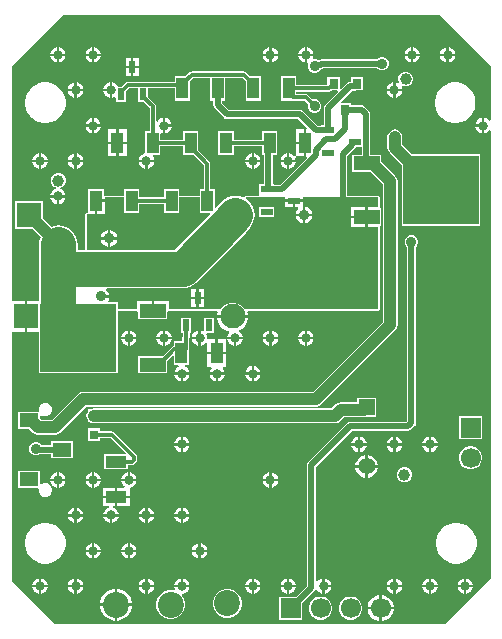
<source format=gtl>
G04*
G04 #@! TF.GenerationSoftware,Altium Limited,Altium Designer,22.2.1 (43)*
G04*
G04 Layer_Physical_Order=1*
G04 Layer_Color=255*
%FSLAX25Y25*%
%MOIN*%
G70*
G04*
G04 #@! TF.SameCoordinates,5435AC76-14FC-4701-A4E6-3609E34239AB*
G04*
G04*
G04 #@! TF.FilePolarity,Positive*
G04*
G01*
G75*
%ADD12C,0.01181*%
%ADD14R,0.06299X0.04724*%
%ADD16R,0.03937X0.02362*%
%ADD17R,0.04134X0.07087*%
%ADD18R,0.03150X0.03543*%
%ADD19R,0.02362X0.04134*%
%ADD20R,0.07087X0.04134*%
%ADD21R,0.03150X0.03150*%
%ADD22R,0.02362X0.03937*%
%ADD23R,0.08661X0.04724*%
%ADD24R,0.25197X0.22835*%
%ADD26C,0.05512*%
%ADD27R,0.05512X0.05512*%
%ADD28R,0.08268X0.08268*%
%ADD29C,0.08268*%
%ADD30R,0.06693X0.06693*%
%ADD31C,0.06693*%
%ADD32C,0.08661*%
%ADD33R,0.06693X0.06693*%
%ADD34C,0.03937*%
%ADD35C,0.11811*%
%ADD36C,0.03937*%
%ADD37C,0.01968*%
%ADD38C,0.03543*%
%ADD39C,0.03150*%
G36*
X159843Y185951D02*
Y168128D01*
X159464Y167984D01*
X159343Y167975D01*
X158893Y168424D01*
X158309Y168761D01*
X157715Y168921D01*
Y166377D01*
Y163833D01*
X158309Y163992D01*
X158893Y164329D01*
X159343Y164779D01*
X159464Y164769D01*
X159843Y164625D01*
Y15354D01*
X144792Y304D01*
X14657D01*
X304Y14657D01*
Y97638D01*
X4528D01*
Y102756D01*
Y107874D01*
X304D01*
Y186131D01*
X17323Y203150D01*
X142913D01*
X159843Y185951D01*
D02*
G37*
%LPC*%
G36*
X145904Y192543D02*
Y190392D01*
X148054D01*
X147895Y190987D01*
X147558Y191570D01*
X147082Y192046D01*
X146498Y192383D01*
X145904Y192543D01*
D02*
G37*
G36*
X145117D02*
X144523Y192383D01*
X143939Y192046D01*
X143463Y191570D01*
X143126Y190987D01*
X142967Y190392D01*
X145117D01*
Y192543D01*
D02*
G37*
G36*
X134093D02*
Y190392D01*
X136243D01*
X136084Y190987D01*
X135747Y191570D01*
X135271Y192046D01*
X134687Y192383D01*
X134093Y192543D01*
D02*
G37*
G36*
X133306D02*
X132712Y192383D01*
X132128Y192046D01*
X131652Y191570D01*
X131315Y190987D01*
X131156Y190392D01*
X133306D01*
Y192543D01*
D02*
G37*
G36*
X98660D02*
Y190392D01*
X100810D01*
X100651Y190987D01*
X100314Y191570D01*
X99838Y192046D01*
X99254Y192383D01*
X98660Y192543D01*
D02*
G37*
G36*
X97873D02*
X97279Y192383D01*
X96695Y192046D01*
X96219Y191570D01*
X95882Y190987D01*
X95723Y190392D01*
X97873D01*
Y192543D01*
D02*
G37*
G36*
X86849D02*
Y190392D01*
X88999D01*
X88840Y190987D01*
X88503Y191570D01*
X88027Y192046D01*
X87443Y192383D01*
X86849Y192543D01*
D02*
G37*
G36*
X86062D02*
X85468Y192383D01*
X84884Y192046D01*
X84408Y191570D01*
X84071Y190987D01*
X83912Y190392D01*
X86062D01*
Y192543D01*
D02*
G37*
G36*
X27794D02*
Y190392D01*
X29944D01*
X29785Y190987D01*
X29448Y191570D01*
X28972Y192046D01*
X28388Y192383D01*
X27794Y192543D01*
D02*
G37*
G36*
X27007D02*
X26413Y192383D01*
X25829Y192046D01*
X25353Y191570D01*
X25016Y190987D01*
X24857Y190392D01*
X27007D01*
Y192543D01*
D02*
G37*
G36*
X15983D02*
Y190392D01*
X18133D01*
X17974Y190987D01*
X17637Y191570D01*
X17161Y192046D01*
X16577Y192383D01*
X15983Y192543D01*
D02*
G37*
G36*
X15196D02*
X14602Y192383D01*
X14018Y192046D01*
X13542Y191570D01*
X13205Y190987D01*
X13046Y190392D01*
X15196D01*
Y192543D01*
D02*
G37*
G36*
X148054Y189605D02*
X145904D01*
Y187455D01*
X146498Y187614D01*
X147082Y187951D01*
X147558Y188427D01*
X147895Y189011D01*
X148054Y189605D01*
D02*
G37*
G36*
X145117D02*
X142967D01*
X143126Y189011D01*
X143463Y188427D01*
X143939Y187951D01*
X144523Y187614D01*
X145117Y187455D01*
Y189605D01*
D02*
G37*
G36*
X136243D02*
X134093D01*
Y187455D01*
X134687Y187614D01*
X135271Y187951D01*
X135747Y188427D01*
X136084Y189011D01*
X136243Y189605D01*
D02*
G37*
G36*
X133306D02*
X131156D01*
X131315Y189011D01*
X131652Y188427D01*
X132128Y187951D01*
X132712Y187614D01*
X133306Y187455D01*
Y189605D01*
D02*
G37*
G36*
X97873D02*
X95723D01*
X95882Y189011D01*
X96219Y188427D01*
X96695Y187951D01*
X97279Y187614D01*
X97873Y187455D01*
Y189605D01*
D02*
G37*
G36*
X88999D02*
X86849D01*
Y187455D01*
X87443Y187614D01*
X88027Y187951D01*
X88503Y188427D01*
X88840Y189011D01*
X88999Y189605D01*
D02*
G37*
G36*
X86062D02*
X83912D01*
X84071Y189011D01*
X84408Y188427D01*
X84884Y187951D01*
X85468Y187614D01*
X86062Y187455D01*
Y189605D01*
D02*
G37*
G36*
X29944D02*
X27794D01*
Y187455D01*
X28388Y187614D01*
X28972Y187951D01*
X29448Y188427D01*
X29785Y189011D01*
X29944Y189605D01*
D02*
G37*
G36*
X27007D02*
X24857D01*
X25016Y189011D01*
X25353Y188427D01*
X25829Y187951D01*
X26413Y187614D01*
X27007Y187455D01*
Y189605D01*
D02*
G37*
G36*
X18133D02*
X15983D01*
Y187455D01*
X16577Y187614D01*
X17161Y187951D01*
X17637Y188427D01*
X17974Y189011D01*
X18133Y189605D01*
D02*
G37*
G36*
X15196D02*
X13046D01*
X13205Y189011D01*
X13542Y188427D01*
X14018Y187951D01*
X14602Y187614D01*
X15196Y187455D01*
Y189605D01*
D02*
G37*
G36*
X42520Y188878D02*
X40748D01*
Y186220D01*
X42520D01*
Y188878D01*
D02*
G37*
G36*
X39961D02*
X38189D01*
Y186220D01*
X39961D01*
Y188878D01*
D02*
G37*
G36*
X100810Y189605D02*
X98660D01*
Y187455D01*
X98730Y187474D01*
X99098Y187055D01*
X98937Y186667D01*
Y185774D01*
X99279Y184949D01*
X99910Y184318D01*
X100735Y183976D01*
X101628D01*
X102452Y184318D01*
X103084Y184949D01*
X103125Y185050D01*
X103626Y185150D01*
X104107Y185472D01*
X104158Y185523D01*
X121934D01*
X122351Y185105D01*
X123176Y184764D01*
X124068D01*
X124893Y185105D01*
X125524Y185737D01*
X125866Y186562D01*
Y187454D01*
X125524Y188279D01*
X124893Y188910D01*
X124068Y189252D01*
X123176D01*
X122351Y188910D01*
X121934Y188493D01*
X103543D01*
X102975Y188380D01*
X102507Y188068D01*
X102452Y188123D01*
X101628Y188465D01*
X100913D01*
X100621Y188862D01*
X100602Y188926D01*
X100651Y189011D01*
X100810Y189605D01*
D02*
G37*
G36*
X42520Y185433D02*
X40748D01*
Y182776D01*
X42520D01*
Y185433D01*
D02*
G37*
G36*
X39961D02*
X38189D01*
Y182776D01*
X39961D01*
Y185433D01*
D02*
G37*
G36*
X60233Y184447D02*
X59819Y184365D01*
X59467Y184130D01*
X58093Y182756D01*
X54547D01*
Y181002D01*
X38875D01*
X38875Y181002D01*
X38460Y180920D01*
X38109Y180685D01*
X38109Y180685D01*
X36735Y179311D01*
X35612D01*
X35354Y179759D01*
X34877Y180236D01*
X34294Y180572D01*
X33700Y180731D01*
Y178188D01*
Y175644D01*
X34294Y175803D01*
X34461Y175900D01*
X34961Y175611D01*
Y174232D01*
X38268D01*
Y177778D01*
X39324Y178834D01*
X42441D01*
Y174232D01*
X44215D01*
X46160Y172287D01*
Y164646D01*
X44705D01*
Y157105D01*
X44129Y156950D01*
X43546Y156613D01*
X43069Y156137D01*
X42732Y155553D01*
X42573Y154959D01*
X47661D01*
X47502Y155553D01*
X47178Y156114D01*
X47203Y156217D01*
X47394Y156614D01*
X49784D01*
Y159546D01*
X57303D01*
Y156614D01*
X60849D01*
X64271Y153193D01*
Y145354D01*
X62815D01*
Y143031D01*
X56083D01*
Y145354D01*
X51004D01*
Y142422D01*
X42697D01*
Y145354D01*
X37618D01*
Y143031D01*
X31398D01*
X31386Y143026D01*
X30886Y143360D01*
Y145354D01*
X25807D01*
Y137323D01*
X25307Y137322D01*
X25295D01*
X25161Y137267D01*
X25017Y137240D01*
X24986Y137194D01*
X24934Y137173D01*
X24878Y137038D01*
X24795Y136918D01*
X24697Y136459D01*
X24707Y136404D01*
X24686Y136352D01*
Y124913D01*
X22157D01*
Y126772D01*
X22034Y128022D01*
X21669Y129224D01*
X21077Y130332D01*
X20280Y131303D01*
X19309Y132100D01*
X18201Y132693D01*
X16998Y133057D01*
X15748Y133180D01*
X14498Y133057D01*
X13335Y132704D01*
X10512Y135528D01*
Y141220D01*
X1299D01*
Y132008D01*
X6992D01*
X9815Y129185D01*
X9462Y128022D01*
X9339Y126772D01*
Y118504D01*
Y107874D01*
X5315D01*
Y102756D01*
Y97638D01*
X9370D01*
Y83780D01*
X35512D01*
Y104607D01*
X41929D01*
X41941Y104612D01*
X42441Y104278D01*
Y101811D01*
X52047D01*
Y104278D01*
X52547Y104612D01*
X52559Y104607D01*
X68606D01*
X68910Y104210D01*
X68701Y103430D01*
Y103150D01*
X78937D01*
Y103430D01*
X78728Y104210D01*
X79032Y104607D01*
X122441D01*
X122802Y104756D01*
X122952Y105118D01*
Y132559D01*
X122947Y132571D01*
X123282Y133071D01*
X123307D01*
Y138740D01*
X123282D01*
X122947Y139240D01*
X122952Y139252D01*
Y142520D01*
X122802Y142881D01*
X122441Y143031D01*
X112115D01*
Y156274D01*
X114830Y158989D01*
X115084Y159370D01*
X116822D01*
Y156693D01*
X113701D01*
Y151024D01*
X119787D01*
X123889Y146922D01*
Y101031D01*
X100544Y77686D01*
X24016D01*
X23063Y77496D01*
X22256Y76957D01*
X13536Y68237D01*
X10086D01*
X9527Y68795D01*
Y69716D01*
X9990Y69908D01*
X10146Y69751D01*
X10971Y69410D01*
X11864D01*
X12688Y69751D01*
X13320Y70382D01*
X13661Y71207D01*
Y72100D01*
X13320Y72925D01*
X12688Y73556D01*
X11864Y73898D01*
X10971D01*
X10146Y73556D01*
X9515Y72925D01*
X9173Y72100D01*
Y71207D01*
X8998Y70945D01*
X2283D01*
Y65276D01*
X6008D01*
X7295Y63988D01*
X8103Y63449D01*
X9055Y63259D01*
X14567D01*
X15519Y63449D01*
X16327Y63988D01*
X25047Y72708D01*
X101575D01*
X102527Y72897D01*
X103335Y73437D01*
X128138Y98240D01*
X128677Y99048D01*
X128867Y100000D01*
Y147953D01*
X128677Y148905D01*
X128138Y149713D01*
X123307Y154543D01*
Y156693D01*
X119792D01*
Y170275D01*
X119792Y170276D01*
X119679Y170844D01*
X119357Y171326D01*
X119357Y171326D01*
X117979Y172704D01*
X117498Y173026D01*
X116929Y173139D01*
X116929Y173139D01*
X113465D01*
Y173898D01*
X110116D01*
X109925Y174360D01*
X113607Y178042D01*
X114764D01*
X114764Y178042D01*
X114907Y178071D01*
X117402D01*
Y182559D01*
X113307D01*
Y181013D01*
X112992D01*
X112424Y180900D01*
X111942Y180578D01*
X111942Y180578D01*
X109990Y178625D01*
X109528Y178817D01*
Y182559D01*
X105433D01*
Y179824D01*
X95059D01*
Y182756D01*
X89980D01*
Y174724D01*
X93891D01*
X93996Y174704D01*
X93996Y174704D01*
X97779D01*
X99015Y173468D01*
X98937Y173281D01*
Y172388D01*
X99279Y171563D01*
X99910Y170932D01*
X100735Y170591D01*
X101628D01*
X102452Y170932D01*
X103084Y171563D01*
X103425Y172388D01*
Y173281D01*
X103084Y174106D01*
X102452Y174737D01*
X101628Y175079D01*
X100735D01*
X100547Y175001D01*
X98995Y176554D01*
X98643Y176789D01*
X98228Y176871D01*
X95059D01*
Y177656D01*
X106102D01*
X106517Y177739D01*
X106869Y177974D01*
X106966Y178071D01*
X108782D01*
X108973Y177609D01*
X104658Y173294D01*
X104337Y172812D01*
X104223Y172244D01*
X104223Y172244D01*
Y166417D01*
X103268D01*
Y166249D01*
X102183D01*
X97303Y171129D01*
X96821Y171451D01*
X96253Y171564D01*
X96253Y171564D01*
X72662D01*
X70383Y173844D01*
Y174724D01*
X71437D01*
Y182279D01*
X77113D01*
X78169Y181223D01*
Y174724D01*
X83248D01*
Y182756D01*
X79702D01*
X78328Y184130D01*
X77977Y184365D01*
X77562Y184447D01*
X60233D01*
X60233Y184447D01*
D02*
G37*
G36*
X131982Y184331D02*
X131010D01*
X130113Y183959D01*
X129427Y183272D01*
X129055Y182375D01*
Y181404D01*
X129280Y180862D01*
X128883Y180514D01*
X128782Y180572D01*
X128188Y180731D01*
Y178581D01*
X130338D01*
X130179Y179175D01*
X130121Y179276D01*
X130469Y179673D01*
X131010Y179449D01*
X131982D01*
X132879Y179820D01*
X133565Y180507D01*
X133937Y181404D01*
Y182375D01*
X133565Y183272D01*
X132879Y183959D01*
X131982Y184331D01*
D02*
G37*
G36*
X127400Y180731D02*
X126806Y180572D01*
X126223Y180236D01*
X125746Y179759D01*
X125409Y179175D01*
X125250Y178581D01*
X127400D01*
Y180731D01*
D02*
G37*
G36*
X32912D02*
X32318Y180572D01*
X31735Y180236D01*
X31258Y179759D01*
X30921Y179175D01*
X30762Y178581D01*
X32912D01*
Y180731D01*
D02*
G37*
G36*
X21889D02*
Y178581D01*
X24039D01*
X23879Y179175D01*
X23543Y179759D01*
X23066Y180236D01*
X22483Y180572D01*
X21889Y180731D01*
D02*
G37*
G36*
X21101D02*
X20507Y180572D01*
X19924Y180236D01*
X19447Y179759D01*
X19110Y179175D01*
X18951Y178581D01*
X21101D01*
Y180731D01*
D02*
G37*
G36*
X130338Y177794D02*
X128188D01*
Y175644D01*
X128782Y175803D01*
X129365Y176140D01*
X129842Y176616D01*
X130179Y177200D01*
X130338Y177794D01*
D02*
G37*
G36*
X127400D02*
X125250D01*
X125409Y177200D01*
X125746Y176616D01*
X126223Y176140D01*
X126806Y175803D01*
X127400Y175644D01*
Y177794D01*
D02*
G37*
G36*
X32912D02*
X30762D01*
X30921Y177200D01*
X31258Y176616D01*
X31735Y176140D01*
X32318Y175803D01*
X32912Y175644D01*
Y177794D01*
D02*
G37*
G36*
X24039D02*
X21889D01*
Y175644D01*
X22483Y175803D01*
X23066Y176140D01*
X23543Y176616D01*
X23879Y177200D01*
X24039Y177794D01*
D02*
G37*
G36*
X21101D02*
X18951D01*
X19110Y177200D01*
X19447Y176616D01*
X19924Y176140D01*
X20507Y175803D01*
X21101Y175644D01*
Y177794D01*
D02*
G37*
G36*
X148698Y180787D02*
X147365D01*
X146056Y180527D01*
X144824Y180017D01*
X143715Y179276D01*
X142772Y178332D01*
X142031Y177223D01*
X141520Y175991D01*
X141260Y174683D01*
Y173349D01*
X141520Y172040D01*
X142031Y170808D01*
X142772Y169699D01*
X143715Y168756D01*
X144824Y168015D01*
X146056Y167504D01*
X147365Y167244D01*
X148698D01*
X150007Y167504D01*
X151239Y168015D01*
X152348Y168756D01*
X153291Y169699D01*
X154033Y170808D01*
X154543Y172040D01*
X154803Y173349D01*
Y174683D01*
X154543Y175991D01*
X154033Y177223D01*
X153291Y178332D01*
X152348Y179276D01*
X151239Y180017D01*
X150007Y180527D01*
X148698Y180787D01*
D02*
G37*
G36*
X12084D02*
X10750D01*
X9442Y180527D01*
X8210Y180017D01*
X7101Y179276D01*
X6157Y178332D01*
X5416Y177223D01*
X4906Y175991D01*
X4646Y174683D01*
Y173349D01*
X4906Y172040D01*
X5416Y170808D01*
X6157Y169699D01*
X7101Y168756D01*
X8210Y168015D01*
X9442Y167504D01*
X10750Y167244D01*
X12084D01*
X13393Y167504D01*
X14625Y168015D01*
X15734Y168756D01*
X16677Y169699D01*
X17418Y170808D01*
X17929Y172040D01*
X18189Y173349D01*
Y174683D01*
X17929Y175991D01*
X17418Y177223D01*
X16677Y178332D01*
X15734Y179276D01*
X14625Y180017D01*
X13393Y180527D01*
X12084Y180787D01*
D02*
G37*
G36*
X156928Y168921D02*
X156334Y168761D01*
X155750Y168424D01*
X155274Y167948D01*
X154937Y167365D01*
X154778Y166770D01*
X156928D01*
Y168921D01*
D02*
G37*
G36*
X27794D02*
Y166770D01*
X29944D01*
X29785Y167365D01*
X29448Y167948D01*
X28972Y168424D01*
X28388Y168761D01*
X27794Y168921D01*
D02*
G37*
G36*
X27007D02*
X26413Y168761D01*
X25829Y168424D01*
X25353Y167948D01*
X25016Y167365D01*
X24857Y166770D01*
X27007D01*
Y168921D01*
D02*
G37*
G36*
X156928Y165983D02*
X154778D01*
X154937Y165389D01*
X155274Y164805D01*
X155750Y164329D01*
X156334Y163992D01*
X156928Y163833D01*
Y165983D01*
D02*
G37*
G36*
X29944D02*
X27794D01*
Y163833D01*
X28388Y163992D01*
X28972Y164329D01*
X29448Y164805D01*
X29785Y165389D01*
X29944Y165983D01*
D02*
G37*
G36*
X27007D02*
X24857D01*
X25016Y165389D01*
X25353Y164805D01*
X25829Y164329D01*
X26413Y163992D01*
X27007Y163833D01*
Y165983D01*
D02*
G37*
G36*
X38484Y165157D02*
X35827D01*
Y161024D01*
X38484D01*
Y165157D01*
D02*
G37*
G36*
X35039D02*
X32382D01*
Y161024D01*
X35039D01*
Y165157D01*
D02*
G37*
G36*
X38484Y160236D02*
X35827D01*
Y156102D01*
X38484D01*
Y160236D01*
D02*
G37*
G36*
X35039D02*
X32382D01*
Y156102D01*
X35039D01*
Y160236D01*
D02*
G37*
G36*
X21889Y157109D02*
Y154959D01*
X24039D01*
X23879Y155553D01*
X23543Y156137D01*
X23066Y156613D01*
X22483Y156950D01*
X21889Y157109D01*
D02*
G37*
G36*
X21101D02*
X20507Y156950D01*
X19924Y156613D01*
X19447Y156137D01*
X19110Y155553D01*
X18951Y154959D01*
X21101D01*
Y157109D01*
D02*
G37*
G36*
X10078D02*
Y154959D01*
X12228D01*
X12069Y155553D01*
X11732Y156137D01*
X11255Y156613D01*
X10672Y156950D01*
X10078Y157109D01*
D02*
G37*
G36*
X9290D02*
X8696Y156950D01*
X8112Y156613D01*
X7636Y156137D01*
X7299Y155553D01*
X7140Y154959D01*
X9290D01*
Y157109D01*
D02*
G37*
G36*
X47661Y154172D02*
X45511D01*
Y152022D01*
X46105Y152181D01*
X46688Y152518D01*
X47165Y152994D01*
X47502Y153578D01*
X47661Y154172D01*
D02*
G37*
G36*
X44723D02*
X42573D01*
X42732Y153578D01*
X43069Y152994D01*
X43546Y152518D01*
X44129Y152181D01*
X44723Y152022D01*
Y154172D01*
D02*
G37*
G36*
X24039D02*
X21889D01*
Y152022D01*
X22483Y152181D01*
X23066Y152518D01*
X23543Y152994D01*
X23879Y153578D01*
X24039Y154172D01*
D02*
G37*
G36*
X21101D02*
X18951D01*
X19110Y153578D01*
X19447Y152994D01*
X19924Y152518D01*
X20507Y152181D01*
X21101Y152022D01*
Y154172D01*
D02*
G37*
G36*
X12228D02*
X10078D01*
Y152022D01*
X10672Y152181D01*
X11255Y152518D01*
X11732Y152994D01*
X12069Y153578D01*
X12228Y154172D01*
D02*
G37*
G36*
X9290D02*
X7140D01*
X7299Y153578D01*
X7636Y152994D01*
X8112Y152518D01*
X8696Y152181D01*
X9290Y152022D01*
Y154172D01*
D02*
G37*
G36*
X16234Y150472D02*
X15262D01*
X14365Y150101D01*
X13679Y149414D01*
X13307Y148517D01*
Y147546D01*
X13679Y146649D01*
X14365Y145962D01*
X14906Y145738D01*
X14871Y145212D01*
X14602Y145139D01*
X14018Y144802D01*
X13542Y144326D01*
X13205Y143742D01*
X13046Y143148D01*
X18133D01*
X17974Y143742D01*
X17637Y144326D01*
X17161Y144802D01*
X16577Y145139D01*
X16500Y145160D01*
X16466Y145687D01*
X17131Y145962D01*
X17817Y146649D01*
X18189Y147546D01*
Y148517D01*
X17817Y149414D01*
X17131Y150101D01*
X16234Y150472D01*
D02*
G37*
G36*
X18133Y142361D02*
X15983D01*
Y140211D01*
X16577Y140370D01*
X17161Y140707D01*
X17637Y141183D01*
X17974Y141767D01*
X18133Y142361D01*
D02*
G37*
G36*
X15196D02*
X13046D01*
X13205Y141767D01*
X13542Y141183D01*
X14018Y140707D01*
X14602Y140370D01*
X15196Y140211D01*
Y142361D01*
D02*
G37*
G36*
X127953Y165087D02*
X127000Y164898D01*
X126193Y164358D01*
X125653Y163551D01*
X125464Y162598D01*
Y159055D01*
X125653Y158103D01*
X126193Y157295D01*
X130236Y153252D01*
Y132992D01*
X156378D01*
Y156772D01*
X133756D01*
X130441Y160086D01*
Y162598D01*
X130252Y163551D01*
X129713Y164358D01*
X128905Y164898D01*
X127953Y165087D01*
D02*
G37*
G36*
X67598Y102244D02*
X64291D01*
Y98170D01*
X63886Y97896D01*
X63791Y97903D01*
X63227Y98054D01*
Y95511D01*
Y92967D01*
X63821Y93126D01*
X64405Y93463D01*
X64881Y93939D01*
X64953Y94063D01*
X65453Y93929D01*
Y90945D01*
X68110D01*
Y95079D01*
X65871D01*
X65442Y95164D01*
X65393Y95554D01*
Y95847D01*
X65218Y96498D01*
X65008Y96862D01*
X65275Y97362D01*
X67598D01*
Y102244D01*
D02*
G37*
G36*
X98660Y98054D02*
Y95904D01*
X100810D01*
X100651Y96498D01*
X100314Y97082D01*
X99838Y97558D01*
X99254Y97895D01*
X98660Y98054D01*
D02*
G37*
G36*
X97873D02*
X97279Y97895D01*
X96695Y97558D01*
X96219Y97082D01*
X95882Y96498D01*
X95723Y95904D01*
X97873D01*
Y98054D01*
D02*
G37*
G36*
X86849D02*
Y95904D01*
X88999D01*
X88840Y96498D01*
X88503Y97082D01*
X88027Y97558D01*
X87443Y97895D01*
X86849Y98054D01*
D02*
G37*
G36*
X86062D02*
X85468Y97895D01*
X84884Y97558D01*
X84408Y97082D01*
X84071Y96498D01*
X83912Y95904D01*
X86062D01*
Y98054D01*
D02*
G37*
G36*
X78937Y102362D02*
X68701D01*
Y102082D01*
X69050Y100780D01*
X69723Y99613D01*
X70676Y98660D01*
X71843Y97987D01*
X72593Y97786D01*
X72743Y97228D01*
X72597Y97082D01*
X72260Y96498D01*
X72101Y95904D01*
X77188D01*
X77029Y96498D01*
X76692Y97082D01*
X76216Y97558D01*
X76134Y97605D01*
X76134Y98183D01*
X76961Y98660D01*
X77914Y99613D01*
X78588Y100780D01*
X78937Y102082D01*
Y102362D01*
D02*
G37*
G36*
X62440Y98054D02*
X61846Y97895D01*
X61262Y97558D01*
X60786Y97082D01*
X60449Y96498D01*
X60290Y95904D01*
X62440D01*
Y98054D01*
D02*
G37*
G36*
X51416D02*
Y95904D01*
X53566D01*
X53407Y96498D01*
X53070Y97082D01*
X52594Y97558D01*
X52010Y97895D01*
X51416Y98054D01*
D02*
G37*
G36*
X50629D02*
X50035Y97895D01*
X49451Y97558D01*
X48975Y97082D01*
X48638Y96498D01*
X48479Y95904D01*
X50629D01*
Y98054D01*
D02*
G37*
G36*
X39605D02*
Y95904D01*
X41755D01*
X41596Y96498D01*
X41259Y97082D01*
X40783Y97558D01*
X40199Y97895D01*
X39605Y98054D01*
D02*
G37*
G36*
X38818D02*
X38224Y97895D01*
X37640Y97558D01*
X37164Y97082D01*
X36827Y96498D01*
X36667Y95904D01*
X38818D01*
Y98054D01*
D02*
G37*
G36*
X100810Y95117D02*
X98660D01*
Y92967D01*
X99254Y93126D01*
X99838Y93463D01*
X100314Y93939D01*
X100651Y94523D01*
X100810Y95117D01*
D02*
G37*
G36*
X97873D02*
X95723D01*
X95882Y94523D01*
X96219Y93939D01*
X96695Y93463D01*
X97279Y93126D01*
X97873Y92967D01*
Y95117D01*
D02*
G37*
G36*
X88999D02*
X86849D01*
Y92967D01*
X87443Y93126D01*
X88027Y93463D01*
X88503Y93939D01*
X88840Y94523D01*
X88999Y95117D01*
D02*
G37*
G36*
X86062D02*
X83912D01*
X84071Y94523D01*
X84408Y93939D01*
X84884Y93463D01*
X85468Y93126D01*
X86062Y92967D01*
Y95117D01*
D02*
G37*
G36*
X77188D02*
X75038D01*
Y92967D01*
X75632Y93126D01*
X76216Y93463D01*
X76692Y93939D01*
X77029Y94523D01*
X77188Y95117D01*
D02*
G37*
G36*
X74251D02*
X72101D01*
X72260Y94523D01*
X72597Y93939D01*
X73073Y93463D01*
X73657Y93126D01*
X74251Y92967D01*
Y95117D01*
D02*
G37*
G36*
X62440D02*
X60290D01*
X60449Y94523D01*
X60786Y93939D01*
X61262Y93463D01*
X61846Y93126D01*
X62440Y92967D01*
Y95117D01*
D02*
G37*
G36*
X53566D02*
X51416D01*
Y92967D01*
X52010Y93126D01*
X52594Y93463D01*
X53070Y93939D01*
X53407Y94523D01*
X53566Y95117D01*
D02*
G37*
G36*
X50629D02*
X48479D01*
X48638Y94523D01*
X48975Y93939D01*
X49451Y93463D01*
X50035Y93126D01*
X50629Y92967D01*
Y95117D01*
D02*
G37*
G36*
X41755D02*
X39605D01*
Y92967D01*
X40199Y93126D01*
X40783Y93463D01*
X41259Y93939D01*
X41596Y94523D01*
X41755Y95117D01*
D02*
G37*
G36*
X38818D02*
X36667D01*
X36827Y94523D01*
X37164Y93939D01*
X37640Y93463D01*
X38224Y93126D01*
X38818Y92967D01*
Y95117D01*
D02*
G37*
G36*
X71555Y95079D02*
X68897D01*
Y90945D01*
X71555D01*
Y95079D01*
D02*
G37*
G36*
X80944Y86243D02*
Y84093D01*
X83094D01*
X82935Y84687D01*
X82598Y85271D01*
X82121Y85747D01*
X81538Y86084D01*
X80944Y86243D01*
D02*
G37*
G36*
X80156D02*
X79562Y86084D01*
X78979Y85747D01*
X78502Y85271D01*
X78165Y84687D01*
X78006Y84093D01*
X80156D01*
Y86243D01*
D02*
G37*
G36*
X71555Y90157D02*
X68504D01*
X65453D01*
Y86024D01*
X66737D01*
X66944Y85524D01*
X66691Y85271D01*
X66354Y84687D01*
X66195Y84093D01*
X71283D01*
X71124Y84687D01*
X70787Y85271D01*
X70534Y85524D01*
X70741Y86024D01*
X71555D01*
Y90157D01*
D02*
G37*
G36*
X60118Y102244D02*
X56811D01*
Y97362D01*
X57381D01*
Y96501D01*
X57168Y96183D01*
X57086Y95768D01*
Y94567D01*
X54154D01*
Y92860D01*
X53916Y92812D01*
X53564Y92577D01*
X50515Y89527D01*
X42441D01*
Y83858D01*
X52047D01*
Y87995D01*
X53692Y89639D01*
X54154Y89448D01*
Y86535D01*
X55769D01*
X55838Y86353D01*
X55856Y86035D01*
X55357Y85747D01*
X54880Y85271D01*
X54543Y84687D01*
X54384Y84093D01*
X59472D01*
X59313Y84687D01*
X58976Y85271D01*
X58499Y85747D01*
X58000Y86035D01*
X58017Y86353D01*
X58086Y86535D01*
X59232D01*
Y91923D01*
X59253Y92028D01*
X59253Y92028D01*
Y95330D01*
X59466Y95648D01*
X59548Y96063D01*
Y97362D01*
X60118D01*
Y102244D01*
D02*
G37*
G36*
X83094Y83306D02*
X80944D01*
Y81156D01*
X81538Y81315D01*
X82121Y81652D01*
X82598Y82128D01*
X82935Y82712D01*
X83094Y83306D01*
D02*
G37*
G36*
X80156D02*
X78006D01*
X78165Y82712D01*
X78502Y82128D01*
X78979Y81652D01*
X79562Y81315D01*
X80156Y81156D01*
Y83306D01*
D02*
G37*
G36*
X71283D02*
X69133D01*
Y81156D01*
X69727Y81315D01*
X70310Y81652D01*
X70787Y82128D01*
X71124Y82712D01*
X71283Y83306D01*
D02*
G37*
G36*
X68345D02*
X66195D01*
X66354Y82712D01*
X66691Y82128D01*
X67168Y81652D01*
X67751Y81315D01*
X68345Y81156D01*
Y83306D01*
D02*
G37*
G36*
X59472D02*
X57322D01*
Y81156D01*
X57916Y81315D01*
X58499Y81652D01*
X58976Y82128D01*
X59313Y82712D01*
X59472Y83306D01*
D02*
G37*
G36*
X56534D02*
X54384D01*
X54543Y82712D01*
X54880Y82128D01*
X55357Y81652D01*
X55940Y81315D01*
X56534Y81156D01*
Y83306D01*
D02*
G37*
G36*
X133911Y129803D02*
X133018D01*
X132193Y129462D01*
X131562Y128830D01*
X131220Y128005D01*
Y127113D01*
X131562Y126288D01*
X131979Y125871D01*
Y67910D01*
X131696Y67627D01*
X112992D01*
X112992Y67627D01*
X112424Y67514D01*
X111942Y67192D01*
X111942Y67192D01*
X98950Y54200D01*
X98628Y53718D01*
X98515Y53150D01*
X98515Y53149D01*
Y12977D01*
X94868Y9331D01*
X89331D01*
Y1693D01*
X96969D01*
Y7230D01*
X101050Y11312D01*
X101050Y11312D01*
X101313Y11705D01*
X101442Y11744D01*
X101624Y11751D01*
X101865Y11710D01*
X102124Y11262D01*
X102601Y10786D01*
X103184Y10449D01*
X103778Y10290D01*
Y12833D01*
Y15377D01*
X103184Y15218D01*
X102601Y14881D01*
X102124Y14405D01*
X101985Y14164D01*
X101485Y14298D01*
Y52534D01*
X113607Y64657D01*
X132311D01*
X132311Y64657D01*
X132880Y64770D01*
X133362Y65092D01*
X134515Y66245D01*
X134515Y66245D01*
X134837Y66726D01*
X134950Y67295D01*
Y125871D01*
X135367Y126288D01*
X135709Y127113D01*
Y128005D01*
X135367Y128830D01*
X134736Y129462D01*
X133911Y129803D01*
D02*
G37*
G36*
X121732Y75669D02*
X115276D01*
Y74142D01*
X109843D01*
X108890Y73953D01*
X108083Y73413D01*
X106843Y72174D01*
X27559D01*
X26607Y71984D01*
X26229Y71732D01*
X25512D01*
Y71015D01*
X25260Y70638D01*
X25070Y69685D01*
X25260Y68733D01*
X25512Y68355D01*
Y67638D01*
X26229D01*
X26607Y67386D01*
X27559Y67196D01*
X107874D01*
X108826Y67386D01*
X109634Y67925D01*
X110873Y69165D01*
X117717D01*
X117957Y69213D01*
X121732D01*
Y75669D01*
D02*
G37*
G36*
X156968Y69449D02*
X149331D01*
Y61811D01*
X156968D01*
Y69449D01*
D02*
G37*
G36*
X139999Y62621D02*
Y60471D01*
X142149D01*
X141990Y61065D01*
X141653Y61649D01*
X141176Y62125D01*
X140593Y62462D01*
X139999Y62621D01*
D02*
G37*
G36*
X139211D02*
X138617Y62462D01*
X138034Y62125D01*
X137557Y61649D01*
X137220Y61065D01*
X137061Y60471D01*
X139211D01*
Y62621D01*
D02*
G37*
G36*
X128188D02*
Y60471D01*
X130338D01*
X130179Y61065D01*
X129842Y61649D01*
X129365Y62125D01*
X128782Y62462D01*
X128188Y62621D01*
D02*
G37*
G36*
X127400D02*
X126806Y62462D01*
X126223Y62125D01*
X125746Y61649D01*
X125409Y61065D01*
X125250Y60471D01*
X127400D01*
Y62621D01*
D02*
G37*
G36*
X116377D02*
Y60471D01*
X118527D01*
X118368Y61065D01*
X118031Y61649D01*
X117554Y62125D01*
X116971Y62462D01*
X116377Y62621D01*
D02*
G37*
G36*
X115589D02*
X114995Y62462D01*
X114412Y62125D01*
X113935Y61649D01*
X113598Y61065D01*
X113439Y60471D01*
X115589D01*
Y62621D01*
D02*
G37*
G36*
X57322D02*
Y60471D01*
X59472D01*
X59313Y61065D01*
X58976Y61649D01*
X58499Y62125D01*
X57916Y62462D01*
X57322Y62621D01*
D02*
G37*
G36*
X56534D02*
X55940Y62462D01*
X55357Y62125D01*
X54880Y61649D01*
X54543Y61065D01*
X54384Y60471D01*
X56534D01*
Y62621D01*
D02*
G37*
G36*
X20551Y61102D02*
X13307D01*
Y59753D01*
X10245D01*
X10170Y59933D01*
X9539Y60564D01*
X8714Y60905D01*
X7821D01*
X6997Y60564D01*
X6365Y59933D01*
X6024Y59108D01*
Y58215D01*
X6365Y57390D01*
X6997Y56759D01*
X7821Y56417D01*
X8714D01*
X9539Y56759D01*
X9609Y56829D01*
X9843Y56783D01*
X9843Y56783D01*
X13307D01*
Y55433D01*
X20551D01*
Y61102D01*
D02*
G37*
G36*
X142149Y59684D02*
X139999D01*
Y57534D01*
X140593Y57693D01*
X141176Y58030D01*
X141653Y58506D01*
X141990Y59090D01*
X142149Y59684D01*
D02*
G37*
G36*
X139211D02*
X137061D01*
X137220Y59090D01*
X137557Y58506D01*
X138034Y58030D01*
X138617Y57693D01*
X139211Y57534D01*
Y59684D01*
D02*
G37*
G36*
X130338D02*
X128188D01*
Y57534D01*
X128782Y57693D01*
X129365Y58030D01*
X129842Y58506D01*
X130179Y59090D01*
X130338Y59684D01*
D02*
G37*
G36*
X127400D02*
X125250D01*
X125409Y59090D01*
X125746Y58506D01*
X126223Y58030D01*
X126806Y57693D01*
X127400Y57534D01*
Y59684D01*
D02*
G37*
G36*
X118527D02*
X116377D01*
Y57534D01*
X116971Y57693D01*
X117554Y58030D01*
X118031Y58506D01*
X118368Y59090D01*
X118527Y59684D01*
D02*
G37*
G36*
X115589D02*
X113439D01*
X113598Y59090D01*
X113935Y58506D01*
X114412Y58030D01*
X114995Y57693D01*
X115589Y57534D01*
Y59684D01*
D02*
G37*
G36*
X59472D02*
X57322D01*
Y57534D01*
X57916Y57693D01*
X58499Y58030D01*
X58976Y58506D01*
X59313Y59090D01*
X59472Y59684D01*
D02*
G37*
G36*
X56534D02*
X54384D01*
X54543Y59090D01*
X54880Y58506D01*
X55357Y58030D01*
X55940Y57693D01*
X56534Y57534D01*
Y59684D01*
D02*
G37*
G36*
X118996Y56496D02*
X118897D01*
Y53149D01*
X122244D01*
Y53248D01*
X121989Y54199D01*
X121497Y55052D01*
X120800Y55749D01*
X119948Y56241D01*
X118996Y56496D01*
D02*
G37*
G36*
X118110D02*
X118011D01*
X117060Y56241D01*
X116207Y55749D01*
X115511Y55052D01*
X115019Y54199D01*
X114764Y53248D01*
Y53149D01*
X118110D01*
Y56496D01*
D02*
G37*
G36*
X153652Y59449D02*
X152647D01*
X151676Y59189D01*
X150805Y58686D01*
X150094Y57975D01*
X149591Y57104D01*
X149331Y56133D01*
Y55127D01*
X149591Y54156D01*
X150094Y53285D01*
X150805Y52574D01*
X151676Y52071D01*
X152647Y51811D01*
X153652D01*
X154624Y52071D01*
X155494Y52574D01*
X156205Y53285D01*
X156708Y54156D01*
X156968Y55127D01*
Y56133D01*
X156708Y57104D01*
X156205Y57975D01*
X155494Y58686D01*
X154624Y59189D01*
X153652Y59449D01*
D02*
G37*
G36*
X29606Y65433D02*
X25512D01*
Y61339D01*
X29606D01*
Y62302D01*
X33213D01*
X38183Y57332D01*
X37991Y56870D01*
X31024D01*
Y51791D01*
X39055D01*
Y53247D01*
X40354D01*
X40769Y53329D01*
X41121Y53564D01*
X41813Y54256D01*
X41813Y54256D01*
X42048Y54608D01*
X42130Y55023D01*
X42130Y55023D01*
Y56001D01*
X42048Y56416D01*
X41813Y56767D01*
X34428Y64152D01*
X34076Y64387D01*
X33661Y64470D01*
X29606D01*
Y65433D01*
D02*
G37*
G36*
X122244Y52362D02*
X118897D01*
Y49016D01*
X118996D01*
X119948Y49271D01*
X120800Y49763D01*
X121497Y50459D01*
X121989Y51312D01*
X122244Y52263D01*
Y52362D01*
D02*
G37*
G36*
X118110D02*
X114764D01*
Y52263D01*
X115019Y51312D01*
X115511Y50459D01*
X116207Y49763D01*
X117060Y49271D01*
X118011Y49016D01*
X118110D01*
Y52362D01*
D02*
G37*
G36*
X86849Y50810D02*
Y48660D01*
X88999D01*
X88840Y49254D01*
X88503Y49838D01*
X88027Y50314D01*
X87443Y50651D01*
X86849Y50810D01*
D02*
G37*
G36*
X86062D02*
X85468Y50651D01*
X84884Y50314D01*
X84408Y49838D01*
X84071Y49254D01*
X83912Y48660D01*
X86062D01*
Y50810D01*
D02*
G37*
G36*
X39605D02*
Y48660D01*
X41755D01*
X41596Y49254D01*
X41259Y49838D01*
X40783Y50314D01*
X40199Y50651D01*
X39605Y50810D01*
D02*
G37*
G36*
X38818D02*
X38224Y50651D01*
X37640Y50314D01*
X37164Y49838D01*
X36827Y49254D01*
X36667Y48660D01*
X38818D01*
Y50810D01*
D02*
G37*
G36*
X27794D02*
Y48660D01*
X29944D01*
X29785Y49254D01*
X29448Y49838D01*
X28972Y50314D01*
X28388Y50651D01*
X27794Y50810D01*
D02*
G37*
G36*
X27007D02*
X26413Y50651D01*
X25829Y50314D01*
X25353Y49838D01*
X25016Y49254D01*
X24857Y48660D01*
X27007D01*
Y50810D01*
D02*
G37*
G36*
X15983D02*
Y48660D01*
X18133D01*
X17974Y49254D01*
X17637Y49838D01*
X17161Y50314D01*
X16577Y50651D01*
X15983Y50810D01*
D02*
G37*
G36*
X15196D02*
X14602Y50651D01*
X14018Y50314D01*
X13542Y49838D01*
X13205Y49254D01*
X13046Y48660D01*
X15196D01*
Y50810D01*
D02*
G37*
G36*
X131588Y52441D02*
X130617D01*
X129720Y52069D01*
X129033Y51383D01*
X128661Y50485D01*
Y49514D01*
X129033Y48617D01*
X129720Y47931D01*
X130617Y47559D01*
X131588D01*
X132485Y47931D01*
X133172Y48617D01*
X133543Y49514D01*
Y50485D01*
X133172Y51383D01*
X132485Y52069D01*
X131588Y52441D01*
D02*
G37*
G36*
X88999Y47873D02*
X86849D01*
Y45723D01*
X87443Y45882D01*
X88027Y46219D01*
X88503Y46695D01*
X88840Y47279D01*
X88999Y47873D01*
D02*
G37*
G36*
X86062D02*
X83912D01*
X84071Y47279D01*
X84408Y46695D01*
X84884Y46219D01*
X85468Y45882D01*
X86062Y45723D01*
Y47873D01*
D02*
G37*
G36*
X29944D02*
X27794D01*
Y45723D01*
X28388Y45882D01*
X28972Y46219D01*
X29448Y46695D01*
X29785Y47279D01*
X29944Y47873D01*
D02*
G37*
G36*
X27007D02*
X24857D01*
X25016Y47279D01*
X25353Y46695D01*
X25829Y46219D01*
X26413Y45882D01*
X27007Y45723D01*
Y47873D01*
D02*
G37*
G36*
X18133D02*
X15983D01*
Y45723D01*
X16577Y45882D01*
X17161Y46219D01*
X17637Y46695D01*
X17974Y47279D01*
X18133Y47873D01*
D02*
G37*
G36*
X15196D02*
X13046D01*
X13205Y47279D01*
X13542Y46695D01*
X14018Y46219D01*
X14602Y45882D01*
X15196Y45723D01*
Y47873D01*
D02*
G37*
G36*
X41755D02*
X36667D01*
X36827Y47279D01*
X37164Y46695D01*
X37640Y46219D01*
X37896Y46071D01*
X37762Y45571D01*
X35433D01*
Y42913D01*
X39567D01*
Y45215D01*
X39567Y45571D01*
X39964Y45819D01*
X40199Y45882D01*
X40783Y46219D01*
X41259Y46695D01*
X41596Y47279D01*
X41755Y47873D01*
D02*
G37*
G36*
X34646Y45571D02*
X30512D01*
Y42913D01*
X34646D01*
Y45571D01*
D02*
G37*
G36*
X9527Y51260D02*
X2283D01*
Y45591D01*
X8998D01*
X9173Y45328D01*
Y44436D01*
X9515Y43611D01*
X10146Y42979D01*
X10971Y42638D01*
X11864D01*
X12688Y42979D01*
X13320Y43611D01*
X13661Y44436D01*
Y45328D01*
X13320Y46153D01*
X12688Y46784D01*
X11864Y47126D01*
X10971D01*
X10146Y46784D01*
X9990Y46628D01*
X9527Y46819D01*
Y51260D01*
D02*
G37*
G36*
X39567Y42126D02*
X35433D01*
Y39469D01*
X39567D01*
Y42126D01*
D02*
G37*
G36*
X57322Y38999D02*
Y36849D01*
X59472D01*
X59313Y37443D01*
X58976Y38027D01*
X58499Y38503D01*
X57916Y38840D01*
X57322Y38999D01*
D02*
G37*
G36*
X56534D02*
X55940Y38840D01*
X55357Y38503D01*
X54880Y38027D01*
X54543Y37443D01*
X54384Y36849D01*
X56534D01*
Y38999D01*
D02*
G37*
G36*
X45511D02*
Y36849D01*
X47661D01*
X47502Y37443D01*
X47165Y38027D01*
X46688Y38503D01*
X46105Y38840D01*
X45511Y38999D01*
D02*
G37*
G36*
X44723D02*
X44129Y38840D01*
X43546Y38503D01*
X43069Y38027D01*
X42732Y37443D01*
X42573Y36849D01*
X44723D01*
Y38999D01*
D02*
G37*
G36*
X34646Y42126D02*
X30512D01*
Y39469D01*
X32731D01*
X32797Y38969D01*
X32318Y38840D01*
X31735Y38503D01*
X31258Y38027D01*
X30921Y37443D01*
X30762Y36849D01*
X35850D01*
X35691Y37443D01*
X35354Y38027D01*
X34877Y38503D01*
X34294Y38840D01*
X33814Y38969D01*
X33880Y39469D01*
X34646D01*
Y42126D01*
D02*
G37*
G36*
X21889Y38999D02*
Y36849D01*
X24039D01*
X23879Y37443D01*
X23543Y38027D01*
X23066Y38503D01*
X22483Y38840D01*
X21889Y38999D01*
D02*
G37*
G36*
X21101D02*
X20507Y38840D01*
X19924Y38503D01*
X19447Y38027D01*
X19110Y37443D01*
X18951Y36849D01*
X21101D01*
Y38999D01*
D02*
G37*
G36*
X59472Y36062D02*
X57322D01*
Y33912D01*
X57916Y34071D01*
X58499Y34408D01*
X58976Y34884D01*
X59313Y35468D01*
X59472Y36062D01*
D02*
G37*
G36*
X56534D02*
X54384D01*
X54543Y35468D01*
X54880Y34884D01*
X55357Y34408D01*
X55940Y34071D01*
X56534Y33912D01*
Y36062D01*
D02*
G37*
G36*
X47661D02*
X45511D01*
Y33912D01*
X46105Y34071D01*
X46688Y34408D01*
X47165Y34884D01*
X47502Y35468D01*
X47661Y36062D01*
D02*
G37*
G36*
X44723D02*
X42573D01*
X42732Y35468D01*
X43069Y34884D01*
X43546Y34408D01*
X44129Y34071D01*
X44723Y33912D01*
Y36062D01*
D02*
G37*
G36*
X35850D02*
X33700D01*
Y33912D01*
X34294Y34071D01*
X34877Y34408D01*
X35354Y34884D01*
X35691Y35468D01*
X35850Y36062D01*
D02*
G37*
G36*
X32912D02*
X30762D01*
X30921Y35468D01*
X31258Y34884D01*
X31735Y34408D01*
X32318Y34071D01*
X32912Y33912D01*
Y36062D01*
D02*
G37*
G36*
X24039D02*
X21889D01*
Y33912D01*
X22483Y34071D01*
X23066Y34408D01*
X23543Y34884D01*
X23879Y35468D01*
X24039Y36062D01*
D02*
G37*
G36*
X21101D02*
X18951D01*
X19110Y35468D01*
X19447Y34884D01*
X19924Y34408D01*
X20507Y34071D01*
X21101Y33912D01*
Y36062D01*
D02*
G37*
G36*
X63227Y27188D02*
Y25038D01*
X65377D01*
X65218Y25632D01*
X64881Y26216D01*
X64405Y26692D01*
X63821Y27029D01*
X63227Y27188D01*
D02*
G37*
G36*
X62440D02*
X61846Y27029D01*
X61262Y26692D01*
X60786Y26216D01*
X60449Y25632D01*
X60290Y25038D01*
X62440D01*
Y27188D01*
D02*
G37*
G36*
X39605D02*
Y25038D01*
X41755D01*
X41596Y25632D01*
X41259Y26216D01*
X40783Y26692D01*
X40199Y27029D01*
X39605Y27188D01*
D02*
G37*
G36*
X38818D02*
X38224Y27029D01*
X37640Y26692D01*
X37164Y26216D01*
X36827Y25632D01*
X36667Y25038D01*
X38818D01*
Y27188D01*
D02*
G37*
G36*
X27794D02*
Y25038D01*
X29944D01*
X29785Y25632D01*
X29448Y26216D01*
X28972Y26692D01*
X28388Y27029D01*
X27794Y27188D01*
D02*
G37*
G36*
X27007D02*
X26413Y27029D01*
X25829Y26692D01*
X25353Y26216D01*
X25016Y25632D01*
X24857Y25038D01*
X27007D01*
Y27188D01*
D02*
G37*
G36*
X65377Y24251D02*
X63227D01*
Y22101D01*
X63821Y22260D01*
X64405Y22597D01*
X64881Y23073D01*
X65218Y23657D01*
X65377Y24251D01*
D02*
G37*
G36*
X62440D02*
X60290D01*
X60449Y23657D01*
X60786Y23073D01*
X61262Y22597D01*
X61846Y22260D01*
X62440Y22101D01*
Y24251D01*
D02*
G37*
G36*
X41755D02*
X39605D01*
Y22101D01*
X40199Y22260D01*
X40783Y22597D01*
X41259Y23073D01*
X41596Y23657D01*
X41755Y24251D01*
D02*
G37*
G36*
X38818D02*
X36667D01*
X36827Y23657D01*
X37164Y23073D01*
X37640Y22597D01*
X38224Y22260D01*
X38818Y22101D01*
Y24251D01*
D02*
G37*
G36*
X29944D02*
X27794D01*
Y22101D01*
X28388Y22260D01*
X28972Y22597D01*
X29448Y23073D01*
X29785Y23657D01*
X29944Y24251D01*
D02*
G37*
G36*
X27007D02*
X24857D01*
X25016Y23657D01*
X25353Y23073D01*
X25829Y22597D01*
X26413Y22260D01*
X27007Y22101D01*
Y24251D01*
D02*
G37*
G36*
X149092Y33937D02*
X147758D01*
X146450Y33677D01*
X145218Y33166D01*
X144108Y32425D01*
X143165Y31482D01*
X142424Y30373D01*
X141914Y29141D01*
X141654Y27832D01*
Y26498D01*
X141914Y25190D01*
X142424Y23958D01*
X143165Y22849D01*
X144108Y21905D01*
X145218Y21164D01*
X146450Y20654D01*
X147758Y20394D01*
X149092D01*
X150400Y20654D01*
X151633Y21164D01*
X152742Y21905D01*
X153685Y22849D01*
X154426Y23958D01*
X154937Y25190D01*
X155197Y26498D01*
Y27832D01*
X154937Y29141D01*
X154426Y30373D01*
X153685Y31482D01*
X152742Y32425D01*
X151633Y33166D01*
X150400Y33677D01*
X149092Y33937D01*
D02*
G37*
G36*
X12084D02*
X10750D01*
X9442Y33677D01*
X8210Y33166D01*
X7101Y32425D01*
X6157Y31482D01*
X5416Y30373D01*
X4906Y29141D01*
X4646Y27832D01*
Y26498D01*
X4906Y25190D01*
X5416Y23958D01*
X6157Y22849D01*
X7101Y21905D01*
X8210Y21164D01*
X9442Y20654D01*
X10750Y20394D01*
X12084D01*
X13393Y20654D01*
X14625Y21164D01*
X15734Y21905D01*
X16677Y22849D01*
X17418Y23958D01*
X17929Y25190D01*
X18189Y26498D01*
Y27832D01*
X17929Y29141D01*
X17418Y30373D01*
X16677Y31482D01*
X15734Y32425D01*
X14625Y33166D01*
X13393Y33677D01*
X12084Y33937D01*
D02*
G37*
G36*
X151810Y15377D02*
Y13227D01*
X153960D01*
X153801Y13821D01*
X153464Y14405D01*
X152987Y14881D01*
X152404Y15218D01*
X151810Y15377D01*
D02*
G37*
G36*
X151022D02*
X150428Y15218D01*
X149845Y14881D01*
X149368Y14405D01*
X149031Y13821D01*
X148872Y13227D01*
X151022D01*
Y15377D01*
D02*
G37*
G36*
X139999D02*
Y13227D01*
X142149D01*
X141990Y13821D01*
X141653Y14405D01*
X141176Y14881D01*
X140593Y15218D01*
X139999Y15377D01*
D02*
G37*
G36*
X139211D02*
X138617Y15218D01*
X138034Y14881D01*
X137557Y14405D01*
X137220Y13821D01*
X137061Y13227D01*
X139211D01*
Y15377D01*
D02*
G37*
G36*
X128188D02*
Y13227D01*
X130338D01*
X130179Y13821D01*
X129842Y14405D01*
X129365Y14881D01*
X128782Y15218D01*
X128188Y15377D01*
D02*
G37*
G36*
X127400D02*
X126806Y15218D01*
X126223Y14881D01*
X125746Y14405D01*
X125409Y13821D01*
X125250Y13227D01*
X127400D01*
Y15377D01*
D02*
G37*
G36*
X104566D02*
Y13227D01*
X106716D01*
X106557Y13821D01*
X106220Y14405D01*
X105743Y14881D01*
X105160Y15218D01*
X104566Y15377D01*
D02*
G37*
G36*
X92755D02*
Y13227D01*
X94905D01*
X94746Y13821D01*
X94409Y14405D01*
X93932Y14881D01*
X93349Y15218D01*
X92755Y15377D01*
D02*
G37*
G36*
X91967D02*
X91373Y15218D01*
X90790Y14881D01*
X90313Y14405D01*
X89976Y13821D01*
X89817Y13227D01*
X91967D01*
Y15377D01*
D02*
G37*
G36*
X80944D02*
Y13227D01*
X83094D01*
X82935Y13821D01*
X82598Y14405D01*
X82121Y14881D01*
X81538Y15218D01*
X80944Y15377D01*
D02*
G37*
G36*
X80156D02*
X79562Y15218D01*
X78979Y14881D01*
X78502Y14405D01*
X78165Y13821D01*
X78006Y13227D01*
X80156D01*
Y15377D01*
D02*
G37*
G36*
X57322D02*
Y13227D01*
X59472D01*
X59313Y13821D01*
X58976Y14405D01*
X58499Y14881D01*
X57916Y15218D01*
X57322Y15377D01*
D02*
G37*
G36*
X56534D02*
X55940Y15218D01*
X55357Y14881D01*
X54880Y14405D01*
X54543Y13821D01*
X54384Y13227D01*
X56534D01*
Y15377D01*
D02*
G37*
G36*
X45511D02*
Y13227D01*
X47661D01*
X47502Y13821D01*
X47165Y14405D01*
X46688Y14881D01*
X46105Y15218D01*
X45511Y15377D01*
D02*
G37*
G36*
X44723D02*
X44129Y15218D01*
X43546Y14881D01*
X43069Y14405D01*
X42732Y13821D01*
X42573Y13227D01*
X44723D01*
Y15377D01*
D02*
G37*
G36*
X21889D02*
Y13227D01*
X24039D01*
X23879Y13821D01*
X23543Y14405D01*
X23066Y14881D01*
X22483Y15218D01*
X21889Y15377D01*
D02*
G37*
G36*
X21101D02*
X20507Y15218D01*
X19924Y14881D01*
X19447Y14405D01*
X19110Y13821D01*
X18951Y13227D01*
X21101D01*
Y15377D01*
D02*
G37*
G36*
X10078D02*
Y13227D01*
X12228D01*
X12069Y13821D01*
X11732Y14405D01*
X11255Y14881D01*
X10672Y15218D01*
X10078Y15377D01*
D02*
G37*
G36*
X9290D02*
X8696Y15218D01*
X8112Y14881D01*
X7636Y14405D01*
X7299Y13821D01*
X7140Y13227D01*
X9290D01*
Y15377D01*
D02*
G37*
G36*
X59472Y12440D02*
X54384D01*
X54543Y11846D01*
X54568Y11803D01*
X54238Y11374D01*
X53782Y11496D01*
X52517D01*
X51296Y11169D01*
X50200Y10536D01*
X49306Y9642D01*
X48674Y8547D01*
X48346Y7325D01*
Y6061D01*
X48674Y4839D01*
X49306Y3744D01*
X50200Y2849D01*
X51296Y2217D01*
X52517Y1890D01*
X53782D01*
X55003Y2217D01*
X56099Y2849D01*
X56993Y3744D01*
X57625Y4839D01*
X57953Y6061D01*
Y7325D01*
X57625Y8547D01*
X56993Y9642D01*
X56861Y9774D01*
X57068Y10274D01*
X57265D01*
X57916Y10449D01*
X58499Y10786D01*
X58976Y11262D01*
X59313Y11846D01*
X59472Y12440D01*
D02*
G37*
G36*
X153960D02*
X151810D01*
Y10290D01*
X152404Y10449D01*
X152987Y10786D01*
X153464Y11262D01*
X153801Y11846D01*
X153960Y12440D01*
D02*
G37*
G36*
X151022D02*
X148872D01*
X149031Y11846D01*
X149368Y11262D01*
X149845Y10786D01*
X150428Y10449D01*
X151022Y10290D01*
Y12440D01*
D02*
G37*
G36*
X142149D02*
X139999D01*
Y10290D01*
X140593Y10449D01*
X141176Y10786D01*
X141653Y11262D01*
X141990Y11846D01*
X142149Y12440D01*
D02*
G37*
G36*
X139211D02*
X137061D01*
X137220Y11846D01*
X137557Y11262D01*
X138034Y10786D01*
X138617Y10449D01*
X139211Y10290D01*
Y12440D01*
D02*
G37*
G36*
X130338D02*
X128188D01*
Y10290D01*
X128782Y10449D01*
X129365Y10786D01*
X129842Y11262D01*
X130179Y11846D01*
X130338Y12440D01*
D02*
G37*
G36*
X127400D02*
X125250D01*
X125409Y11846D01*
X125746Y11262D01*
X126223Y10786D01*
X126806Y10449D01*
X127400Y10290D01*
Y12440D01*
D02*
G37*
G36*
X106716D02*
X104566D01*
Y10290D01*
X105160Y10449D01*
X105743Y10786D01*
X106220Y11262D01*
X106557Y11846D01*
X106716Y12440D01*
D02*
G37*
G36*
X94905D02*
X92755D01*
Y10290D01*
X93349Y10449D01*
X93932Y10786D01*
X94409Y11262D01*
X94746Y11846D01*
X94905Y12440D01*
D02*
G37*
G36*
X91967D02*
X89817D01*
X89976Y11846D01*
X90313Y11262D01*
X90790Y10786D01*
X91373Y10449D01*
X91967Y10290D01*
Y12440D01*
D02*
G37*
G36*
X83094D02*
X80944D01*
Y10290D01*
X81538Y10449D01*
X82121Y10786D01*
X82598Y11262D01*
X82935Y11846D01*
X83094Y12440D01*
D02*
G37*
G36*
X80156D02*
X78006D01*
X78165Y11846D01*
X78502Y11262D01*
X78979Y10786D01*
X79562Y10449D01*
X80156Y10290D01*
Y12440D01*
D02*
G37*
G36*
X47661D02*
X45511D01*
Y10290D01*
X46105Y10449D01*
X46688Y10786D01*
X47165Y11262D01*
X47502Y11846D01*
X47661Y12440D01*
D02*
G37*
G36*
X44723D02*
X42573D01*
X42732Y11846D01*
X43069Y11262D01*
X43546Y10786D01*
X44129Y10449D01*
X44723Y10290D01*
Y12440D01*
D02*
G37*
G36*
X24039D02*
X21889D01*
Y10290D01*
X22483Y10449D01*
X23066Y10786D01*
X23543Y11262D01*
X23879Y11846D01*
X24039Y12440D01*
D02*
G37*
G36*
X21101D02*
X18951D01*
X19110Y11846D01*
X19447Y11262D01*
X19924Y10786D01*
X20507Y10449D01*
X21101Y10290D01*
Y12440D01*
D02*
G37*
G36*
X12228D02*
X10078D01*
Y10290D01*
X10672Y10449D01*
X11255Y10786D01*
X11732Y11262D01*
X12069Y11846D01*
X12228Y12440D01*
D02*
G37*
G36*
X9290D02*
X7140D01*
X7299Y11846D01*
X7636Y11262D01*
X8112Y10786D01*
X8696Y10449D01*
X9290Y10290D01*
Y12440D01*
D02*
G37*
G36*
X35739Y12008D02*
X35433D01*
Y7086D01*
X40354D01*
Y7393D01*
X39992Y8744D01*
X39292Y9956D01*
X38303Y10946D01*
X37091Y11646D01*
X35739Y12008D01*
D02*
G37*
G36*
X34646D02*
X34340D01*
X32988Y11646D01*
X31776Y10946D01*
X30786Y9956D01*
X30087Y8744D01*
X29724Y7393D01*
Y7086D01*
X34646D01*
Y12008D01*
D02*
G37*
G36*
X123720Y9843D02*
X123543D01*
Y5906D01*
X127480D01*
Y6082D01*
X127185Y7183D01*
X126615Y8171D01*
X125809Y8977D01*
X124821Y9547D01*
X123720Y9843D01*
D02*
G37*
G36*
X122756D02*
X122580D01*
X121478Y9547D01*
X120491Y8977D01*
X119684Y8171D01*
X119114Y7183D01*
X118819Y6082D01*
Y5906D01*
X122756D01*
Y9843D01*
D02*
G37*
G36*
X72680Y11890D02*
X71415D01*
X70193Y11562D01*
X69098Y10930D01*
X68204Y10036D01*
X67571Y8941D01*
X67244Y7719D01*
Y6454D01*
X67571Y5233D01*
X68204Y4137D01*
X69098Y3243D01*
X70193Y2611D01*
X71415Y2283D01*
X72680D01*
X73901Y2611D01*
X74997Y3243D01*
X75891Y4137D01*
X76523Y5233D01*
X76850Y6454D01*
Y7719D01*
X76523Y8941D01*
X75891Y10036D01*
X74997Y10930D01*
X73901Y11562D01*
X72680Y11890D01*
D02*
G37*
G36*
X113652Y9331D02*
X112647D01*
X111676Y9070D01*
X110805Y8568D01*
X110094Y7857D01*
X109591Y6986D01*
X109331Y6015D01*
Y5009D01*
X109591Y4038D01*
X110094Y3167D01*
X110805Y2456D01*
X111676Y1953D01*
X112647Y1693D01*
X113652D01*
X114624Y1953D01*
X115495Y2456D01*
X116206Y3167D01*
X116708Y4038D01*
X116969Y5009D01*
Y6015D01*
X116708Y6986D01*
X116206Y7857D01*
X115495Y8568D01*
X114624Y9070D01*
X113652Y9331D01*
D02*
G37*
G36*
X103652D02*
X102647D01*
X101676Y9070D01*
X100805Y8568D01*
X100094Y7857D01*
X99591Y6986D01*
X99331Y6015D01*
Y5009D01*
X99591Y4038D01*
X100094Y3167D01*
X100805Y2456D01*
X101676Y1953D01*
X102647Y1693D01*
X103652D01*
X104624Y1953D01*
X105494Y2456D01*
X106205Y3167D01*
X106708Y4038D01*
X106968Y5009D01*
Y6015D01*
X106708Y6986D01*
X106205Y7857D01*
X105494Y8568D01*
X104624Y9070D01*
X103652Y9331D01*
D02*
G37*
G36*
X40354Y6299D02*
X35433D01*
Y1378D01*
X35739D01*
X37091Y1740D01*
X38303Y2440D01*
X39292Y3430D01*
X39992Y4641D01*
X40354Y5993D01*
Y6299D01*
D02*
G37*
G36*
X34646D02*
X29724D01*
Y5993D01*
X30087Y4641D01*
X30786Y3430D01*
X31776Y2440D01*
X32988Y1740D01*
X34340Y1378D01*
X34646D01*
Y6299D01*
D02*
G37*
G36*
X127480Y5118D02*
X123543D01*
Y1181D01*
X123720D01*
X124821Y1476D01*
X125809Y2046D01*
X126615Y2853D01*
X127185Y3840D01*
X127480Y4942D01*
Y5118D01*
D02*
G37*
G36*
X122756D02*
X118819D01*
Y4942D01*
X119114Y3840D01*
X119684Y2853D01*
X120491Y2046D01*
X121478Y1476D01*
X122580Y1181D01*
X122756D01*
Y5118D01*
D02*
G37*
%LPD*%
G36*
X66358Y174724D02*
X67412D01*
Y173228D01*
X67412Y173228D01*
X67526Y172660D01*
X67847Y172178D01*
X70997Y169028D01*
X70997Y169028D01*
X71479Y168707D01*
X72047Y168594D01*
X72047Y168594D01*
X95638D01*
X98612Y165619D01*
X98425Y165169D01*
Y160630D01*
Y156102D01*
X98427D01*
X98619Y155640D01*
X89542Y146564D01*
X87677D01*
Y146732D01*
X87214D01*
Y156614D01*
X88760D01*
Y164646D01*
X83681D01*
Y161714D01*
X74193D01*
Y164646D01*
X69114D01*
Y156614D01*
X74193D01*
Y159546D01*
X83681D01*
Y156614D01*
X84243D01*
Y146732D01*
X82795D01*
Y143425D01*
X82540Y143031D01*
X78313D01*
X78187Y142979D01*
X78051Y142958D01*
X78012Y142906D01*
X77952Y142881D01*
X77901Y142757D01*
X77899Y142754D01*
X77817Y142644D01*
X77399Y142458D01*
X77256Y142535D01*
X76053Y142900D01*
X74803Y143023D01*
X73553Y142900D01*
X72351Y142535D01*
X71243Y141943D01*
X70271Y141146D01*
X69267Y140142D01*
X68471Y139171D01*
X68394Y139027D01*
X67894Y139152D01*
Y145354D01*
X66438D01*
Y153642D01*
X66438Y153642D01*
X66356Y154057D01*
X66121Y154408D01*
X66121Y154408D01*
X62382Y158147D01*
Y164646D01*
X57303D01*
Y161714D01*
X49784D01*
Y163602D01*
X50283Y163925D01*
X50629Y163833D01*
Y166377D01*
Y168921D01*
X50035Y168761D01*
X49451Y168424D01*
X48975Y167948D01*
X48828Y167694D01*
X48328Y167828D01*
Y172736D01*
X48328Y172736D01*
X48245Y173151D01*
X48011Y173503D01*
X48010Y173503D01*
X45748Y175765D01*
Y178834D01*
X54547D01*
Y174724D01*
X59626D01*
Y181223D01*
X60682Y182279D01*
X66358D01*
Y174724D01*
D02*
G37*
G36*
X122441Y139252D02*
X118898D01*
Y135906D01*
Y132559D01*
X122441D01*
Y105118D01*
X77774D01*
X77505Y105584D01*
X76647Y106442D01*
X75597Y107048D01*
X74425Y107362D01*
X73212D01*
X72041Y107048D01*
X70991Y106442D01*
X70133Y105584D01*
X69864Y105118D01*
X52559D01*
Y107992D01*
X47638D01*
Y104646D01*
X46850D01*
Y107992D01*
X41929D01*
Y105118D01*
X35512D01*
Y107559D01*
X32590D01*
X32301Y108059D01*
X32489Y108385D01*
X32669Y109055D01*
X29921D01*
Y109843D01*
X32669D01*
X32489Y110513D01*
X32127Y111141D01*
X31672Y111595D01*
X31713Y111841D01*
X31850Y112095D01*
X57150D01*
X58400Y112218D01*
X59602Y112583D01*
X60710Y113175D01*
X61681Y113972D01*
X78331Y130622D01*
X79128Y131593D01*
X79492Y132274D01*
X80132Y133054D01*
X80724Y134162D01*
X81089Y135364D01*
X81212Y136614D01*
X81089Y137864D01*
X80724Y139067D01*
X80132Y140175D01*
X79335Y141146D01*
X78364Y141943D01*
X78192Y142035D01*
X78313Y142520D01*
X91339D01*
Y141732D01*
X97244D01*
Y142520D01*
X122441D01*
Y139252D01*
D02*
G37*
G36*
X62815Y137323D02*
X66252D01*
X66443Y136861D01*
X54495Y124913D01*
X25197D01*
Y136352D01*
X25295Y136811D01*
X27953D01*
Y141339D01*
X28346D01*
Y141733D01*
X31398D01*
Y142520D01*
X37618D01*
Y137323D01*
X42697D01*
Y140255D01*
X51004D01*
Y137323D01*
X56083D01*
Y142520D01*
X62815D01*
Y137323D01*
D02*
G37*
%LPC*%
G36*
X51416Y168921D02*
Y166770D01*
X53566D01*
X53407Y167365D01*
X53070Y167948D01*
X52594Y168424D01*
X52010Y168761D01*
X51416Y168921D01*
D02*
G37*
G36*
X53566Y165983D02*
X51416D01*
Y163833D01*
X52010Y163992D01*
X52594Y164329D01*
X53070Y164805D01*
X53407Y165389D01*
X53566Y165983D01*
D02*
G37*
G36*
X97638Y165157D02*
X94980D01*
Y161024D01*
X97638D01*
Y165157D01*
D02*
G37*
G36*
Y160236D02*
X94980D01*
Y156592D01*
X94980Y156588D01*
X94980Y156588D01*
X94980Y156558D01*
X94489Y156126D01*
X94409Y156137D01*
X94366Y156180D01*
X93932Y156613D01*
X93349Y156950D01*
X92755Y157109D01*
Y154959D01*
X94905D01*
X94797Y155363D01*
X94746Y155553D01*
X94761Y155627D01*
X94817Y155804D01*
X94919Y156019D01*
X94977Y156075D01*
X95370Y156102D01*
X95462Y156102D01*
X97638D01*
Y160236D01*
D02*
G37*
G36*
X91967Y157109D02*
X91373Y156950D01*
X90790Y156613D01*
X90313Y156137D01*
X89976Y155553D01*
X89817Y154959D01*
X91967D01*
Y157109D01*
D02*
G37*
G36*
X80944D02*
Y154959D01*
X83094D01*
X82935Y155553D01*
X82598Y156137D01*
X82121Y156613D01*
X81538Y156950D01*
X80944Y157109D01*
D02*
G37*
G36*
X80156D02*
X79562Y156950D01*
X78979Y156613D01*
X78502Y156137D01*
X78165Y155553D01*
X78006Y154959D01*
X80156D01*
Y157109D01*
D02*
G37*
G36*
X94905Y154172D02*
X92755D01*
Y152022D01*
X93349Y152181D01*
X93932Y152518D01*
X94409Y152994D01*
X94746Y153578D01*
X94905Y154172D01*
D02*
G37*
G36*
X91967D02*
X89817D01*
X89976Y153578D01*
X90313Y152994D01*
X90790Y152518D01*
X91373Y152181D01*
X91967Y152022D01*
Y154172D01*
D02*
G37*
G36*
X83094D02*
X80944D01*
Y152022D01*
X81538Y152181D01*
X82121Y152518D01*
X82598Y152994D01*
X82935Y153578D01*
X83094Y154172D01*
D02*
G37*
G36*
X80156D02*
X78006D01*
X78165Y153578D01*
X78502Y152994D01*
X78979Y152518D01*
X79562Y152181D01*
X80156Y152022D01*
Y154172D01*
D02*
G37*
G36*
X93898Y140945D02*
X91339D01*
Y139173D01*
X93898D01*
Y140945D01*
D02*
G37*
G36*
X98032Y139362D02*
Y137008D01*
X100385D01*
X100206Y137678D01*
X99843Y138306D01*
X99330Y138819D01*
X98702Y139182D01*
X98032Y139362D01*
D02*
G37*
G36*
X97244Y140945D02*
X94685D01*
Y139173D01*
X95593D01*
X95799Y138673D01*
X95433Y138306D01*
X95070Y137678D01*
X94890Y137008D01*
X97244D01*
Y139394D01*
X97244Y139394D01*
Y140945D01*
D02*
G37*
G36*
X118110Y139252D02*
X113189D01*
Y136299D01*
X118110D01*
Y139252D01*
D02*
G37*
G36*
X87677D02*
X82795D01*
Y135945D01*
X87677D01*
Y139252D01*
D02*
G37*
G36*
X100385Y136221D02*
X98032D01*
Y133867D01*
X98702Y134046D01*
X99330Y134409D01*
X99843Y134922D01*
X100206Y135550D01*
X100385Y136221D01*
D02*
G37*
G36*
X97244D02*
X94890D01*
X95070Y135550D01*
X95433Y134922D01*
X95946Y134409D01*
X96574Y134046D01*
X97244Y133867D01*
Y136221D01*
D02*
G37*
G36*
X118110Y135512D02*
X113189D01*
Y132559D01*
X118110D01*
Y135512D01*
D02*
G37*
G36*
X64370Y111811D02*
X62598D01*
Y109252D01*
X64370D01*
Y111811D01*
D02*
G37*
G36*
X61811D02*
X60039D01*
Y109252D01*
X61811D01*
Y111811D01*
D02*
G37*
G36*
X64370Y108465D02*
X62598D01*
Y105905D01*
X64370D01*
Y108465D01*
D02*
G37*
G36*
X61811D02*
X60039D01*
Y105905D01*
X61811D01*
Y108465D01*
D02*
G37*
G36*
X31398Y140945D02*
X28740D01*
Y136811D01*
X31398D01*
Y140945D01*
D02*
G37*
G36*
X33071Y131488D02*
Y129134D01*
X35425D01*
X35245Y129804D01*
X34882Y130432D01*
X34369Y130945D01*
X33741Y131308D01*
X33071Y131488D01*
D02*
G37*
G36*
X32283D02*
X31613Y131308D01*
X30985Y130945D01*
X30472Y130432D01*
X30109Y129804D01*
X29930Y129134D01*
X32283D01*
Y131488D01*
D02*
G37*
G36*
X35425Y128347D02*
X33071D01*
Y125993D01*
X33741Y126172D01*
X34369Y126535D01*
X34882Y127048D01*
X35245Y127676D01*
X35425Y128347D01*
D02*
G37*
G36*
X32283D02*
X29930D01*
X30109Y127676D01*
X30472Y127048D01*
X30985Y126535D01*
X31613Y126172D01*
X32283Y125993D01*
Y128347D01*
D02*
G37*
%LPD*%
D12*
X92520Y177264D02*
Y178740D01*
Y177264D02*
X93996Y175787D01*
X98228D01*
X101181Y172835D01*
X58169Y92028D02*
Y95768D01*
X58465Y96063D01*
X56693Y90551D02*
X58169Y92028D01*
X58465Y96063D02*
Y99803D01*
X27559Y63386D02*
X33661D01*
X41046Y56001D01*
Y55023D02*
Y56001D01*
X40354Y54331D02*
X41046Y55023D01*
X35039Y54331D02*
X40354D01*
X54331Y91811D02*
X55433D01*
X56693Y90551D01*
X49213Y86693D02*
X54331Y91811D01*
X47244Y86693D02*
X49213D01*
X60233Y183363D02*
X77562D01*
X57087Y180217D02*
X60233Y183363D01*
X77562D02*
X80709Y180217D01*
X57087Y178740D02*
Y180217D01*
X80709Y178740D02*
Y180217D01*
X106102Y178740D02*
X107480Y180118D01*
Y180315D01*
X92520Y178740D02*
X106102D01*
X71653Y160630D02*
X86221D01*
X36614Y176772D02*
Y177657D01*
X38875Y179918D02*
X55908D01*
X36614Y177657D02*
X38875Y179918D01*
X55908D02*
X57087Y178740D01*
X47244Y160630D02*
Y172736D01*
X44094Y175886D02*
X47244Y172736D01*
X44094Y175886D02*
Y176772D01*
X47244Y160630D02*
X59842D01*
X65354Y141339D02*
Y153642D01*
X59842Y159153D02*
X65354Y153642D01*
X59842Y159153D02*
Y160630D01*
X40157Y141339D02*
X53543D01*
D14*
X5906Y48425D02*
D03*
Y68110D02*
D03*
X16929Y58268D02*
D03*
D16*
X105709Y164764D02*
D03*
Y157283D02*
D03*
X114764Y161024D02*
D03*
X94291Y141339D02*
D03*
X85236Y137598D02*
D03*
Y145079D02*
D03*
D17*
X57087Y178740D02*
D03*
X68898D02*
D03*
X98032Y160630D02*
D03*
X86221D02*
D03*
X80709Y178740D02*
D03*
X92520D02*
D03*
X59842Y160630D02*
D03*
X71653D02*
D03*
X47244D02*
D03*
X35433D02*
D03*
X65354Y141339D02*
D03*
X53543D02*
D03*
X68504Y90551D02*
D03*
X56693D02*
D03*
X28346Y141339D02*
D03*
X40157D02*
D03*
D18*
X111417Y171653D02*
D03*
X107480Y180315D02*
D03*
X115354D02*
D03*
D19*
X36614Y176772D02*
D03*
X44094D02*
D03*
X40354Y185827D02*
D03*
D20*
X35039Y54331D02*
D03*
Y42520D02*
D03*
D21*
X27559Y63386D02*
D03*
Y69685D02*
D03*
D22*
X62205Y108858D02*
D03*
X65945Y99803D02*
D03*
X58465D02*
D03*
D23*
X47244Y104646D02*
D03*
Y86693D02*
D03*
X118504Y153858D02*
D03*
Y135906D02*
D03*
D24*
X22441Y95669D02*
D03*
X143307Y144882D02*
D03*
D26*
X118504Y52756D02*
D03*
D27*
Y72441D02*
D03*
D28*
X5906Y136614D02*
D03*
X4921Y102756D02*
D03*
D29*
X74803Y136614D02*
D03*
X73819Y102756D02*
D03*
D30*
X153150Y65630D02*
D03*
D31*
Y55630D02*
D03*
X103150Y5512D02*
D03*
X113150D02*
D03*
X123150D02*
D03*
D32*
X53150Y6693D02*
D03*
X72047Y7087D02*
D03*
X35039Y6693D02*
D03*
D33*
X93150Y5512D02*
D03*
D34*
X15748Y148031D02*
D03*
X131496Y181890D02*
D03*
X131102Y50000D02*
D03*
D35*
X15748Y118504D02*
Y126772D01*
Y101181D02*
Y118504D01*
X57150D01*
X73799Y135153D01*
Y135610D01*
X74803Y136614D01*
X15748Y101181D02*
X21260Y95669D01*
X22441D01*
D36*
X107874Y69685D02*
X109843Y71653D01*
X27559Y69685D02*
X107874D01*
X117717Y71653D02*
X118504Y72441D01*
X109843Y71653D02*
X117717D01*
X5906Y136614D02*
X15748Y126772D01*
X142126Y144882D02*
X143307D01*
X127953Y159055D02*
X142126Y144882D01*
X127953Y159055D02*
Y162598D01*
X14567Y65748D02*
X24016Y75197D01*
X101575D02*
X126378Y100000D01*
X24016Y75197D02*
X101575D01*
X118504Y153858D02*
X120473D01*
X126378Y147953D01*
Y100000D02*
Y147953D01*
X6693Y68110D02*
X9055Y65748D01*
X14567D01*
X5906Y68110D02*
X6693D01*
D37*
X133465Y67295D02*
Y127559D01*
X112992Y66142D02*
X132311D01*
X133465Y67295D01*
X100000Y53150D02*
X112992Y66142D01*
X100000Y12362D02*
Y53150D01*
X68898Y173228D02*
Y178740D01*
Y173228D02*
X72047Y170079D01*
X96253D02*
X101568Y164764D01*
X72047Y170079D02*
X96253D01*
X101568Y164764D02*
X105709D01*
X118307Y154055D02*
Y170276D01*
Y154055D02*
X118504Y153858D01*
X116929Y171653D02*
X118307Y170276D01*
X111417Y171653D02*
X116929D01*
X101181Y186221D02*
X101482Y186522D01*
X103057D01*
X103543Y187008D01*
X123622D01*
X93150Y5512D02*
X100000Y12362D01*
X8569Y58360D02*
X9750D01*
X8268Y58661D02*
X8569Y58360D01*
X9750D02*
X9843Y58268D01*
X16929D01*
X85532Y145079D02*
X90158D01*
X85236D02*
X85532D01*
X111417Y165263D02*
Y171653D01*
X90158Y145079D02*
X101555Y156476D01*
Y158340D02*
X105086Y161870D01*
X108025D01*
X111417Y165263D01*
X101555Y156476D02*
Y158340D01*
X112992Y179527D02*
X114764D01*
X105709Y172244D02*
X112992Y179527D01*
X105709Y164764D02*
Y172244D01*
X114764Y179527D02*
X115354Y180118D01*
Y180315D01*
X85532Y145079D02*
X85728Y145276D01*
Y160138D01*
X86221Y160630D01*
X110630Y142126D02*
Y156890D01*
X109843Y141339D02*
X110630Y142126D01*
Y156890D02*
X113779Y160039D01*
D38*
X29921Y109449D02*
D03*
X32677Y128740D02*
D03*
X97638Y136614D02*
D03*
X101181Y172835D02*
D03*
X127953Y162598D02*
D03*
X133465Y127559D02*
D03*
X101181Y186221D02*
D03*
X123622Y187008D02*
D03*
X8268Y58661D02*
D03*
D39*
X157322Y166377D02*
D03*
X151416Y12833D02*
D03*
X145511Y189999D02*
D03*
X139605Y60078D02*
D03*
Y12833D02*
D03*
X133700Y189999D02*
D03*
X127794Y178188D02*
D03*
Y60078D02*
D03*
Y12833D02*
D03*
X115983Y60078D02*
D03*
X104172Y12833D02*
D03*
X98267Y189999D02*
D03*
X92361Y154566D02*
D03*
X98267Y95511D02*
D03*
X92361Y12833D02*
D03*
X86456Y189999D02*
D03*
X80550Y154566D02*
D03*
X86456Y95511D02*
D03*
X80550Y83700D02*
D03*
X86456Y48267D02*
D03*
X80550Y12833D02*
D03*
X74644Y95511D02*
D03*
X68739Y83700D02*
D03*
X62833Y95511D02*
D03*
X56928Y83700D02*
D03*
Y60078D02*
D03*
Y36456D02*
D03*
X62833Y24645D02*
D03*
X56928Y12833D02*
D03*
X51022Y166377D02*
D03*
X45117Y154566D02*
D03*
X51022Y95511D02*
D03*
X45117Y36456D02*
D03*
Y12833D02*
D03*
X33306Y178188D02*
D03*
X39211Y95511D02*
D03*
Y48267D02*
D03*
X33306Y36456D02*
D03*
X39211Y24645D02*
D03*
X27400Y189999D02*
D03*
X21495Y178188D02*
D03*
X27400Y166377D02*
D03*
X21495Y154566D02*
D03*
X27400Y48267D02*
D03*
X21495Y36456D02*
D03*
X27400Y24645D02*
D03*
X21495Y12833D02*
D03*
X15589Y189999D02*
D03*
X9684Y154566D02*
D03*
X15589Y142755D02*
D03*
Y48267D02*
D03*
X9684Y12833D02*
D03*
M02*

</source>
